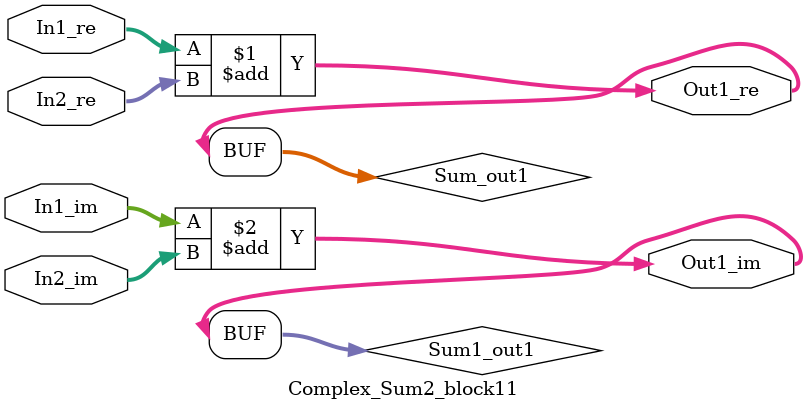
<source format=v>



`timescale 1 ns / 1 ns

module Complex_Sum2_block11
          (In1_re,
           In1_im,
           In2_re,
           In2_im,
           Out1_re,
           Out1_im);


  input   signed [36:0] In1_re;  // sfix37_En22
  input   signed [36:0] In1_im;  // sfix37_En22
  input   signed [36:0] In2_re;  // sfix37_En22
  input   signed [36:0] In2_im;  // sfix37_En22
  output  signed [36:0] Out1_re;  // sfix37_En22
  output  signed [36:0] Out1_im;  // sfix37_En22


  wire signed [36:0] Sum_out1;  // sfix37_En22
  wire signed [36:0] Sum1_out1;  // sfix37_En22


  assign Sum_out1 = In1_re + In2_re;



  assign Out1_re = Sum_out1;

  assign Sum1_out1 = In1_im + In2_im;



  assign Out1_im = Sum1_out1;

endmodule  // Complex_Sum2_block11


</source>
